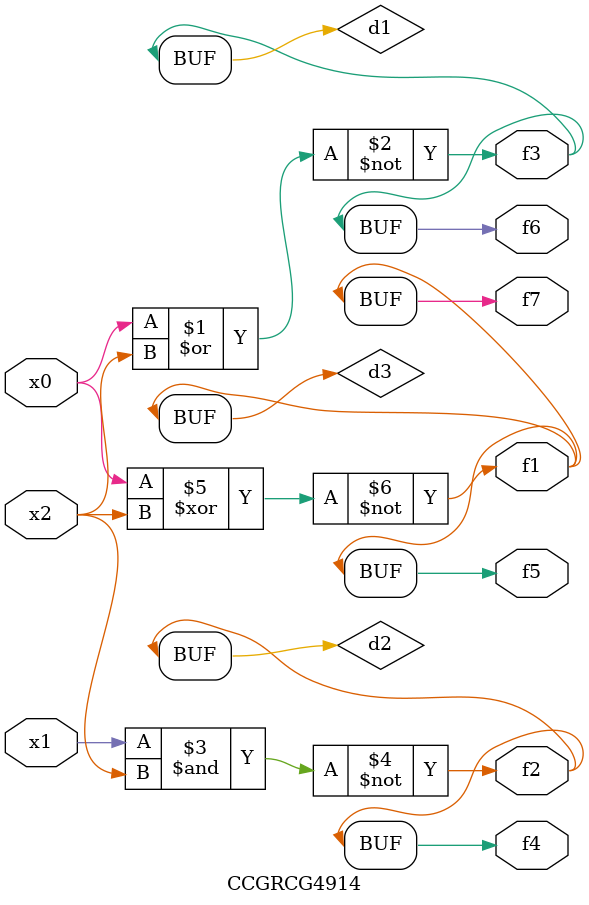
<source format=v>
module CCGRCG4914(
	input x0, x1, x2,
	output f1, f2, f3, f4, f5, f6, f7
);

	wire d1, d2, d3;

	nor (d1, x0, x2);
	nand (d2, x1, x2);
	xnor (d3, x0, x2);
	assign f1 = d3;
	assign f2 = d2;
	assign f3 = d1;
	assign f4 = d2;
	assign f5 = d3;
	assign f6 = d1;
	assign f7 = d3;
endmodule

</source>
